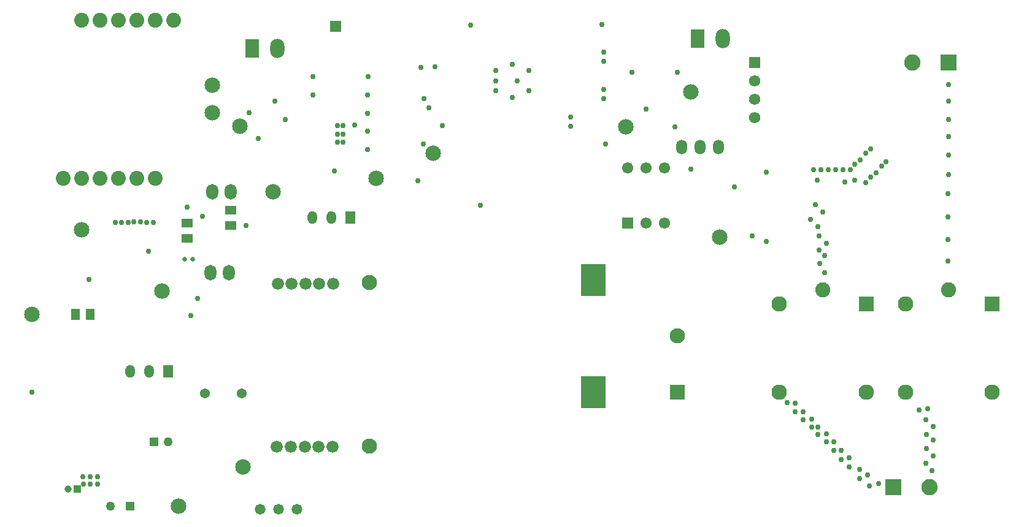
<source format=gbs>
G04*
G04 #@! TF.GenerationSoftware,Altium Limited,Altium Designer,24.5.2 (23)*
G04*
G04 Layer_Color=16711935*
%FSLAX25Y25*%
%MOIN*%
G70*
G04*
G04 #@! TF.SameCoordinates,6455B1CA-3022-4927-84EB-C38AD889BDF6*
G04*
G04*
G04 #@! TF.FilePolarity,Negative*
G04*
G01*
G75*
%ADD40R,0.05118X0.06496*%
%ADD43R,0.06496X0.05118*%
%ADD45C,0.08071*%
%ADD46O,0.05200X0.07087*%
%ADD47R,0.05200X0.07087*%
%ADD48O,0.06496X0.08465*%
%ADD49O,0.06535X0.08504*%
%ADD50C,0.08858*%
%ADD51R,0.08858X0.08858*%
%ADD52R,0.05900X0.05900*%
%ADD53C,0.08465*%
%ADD54R,0.07677X0.10433*%
%ADD55O,0.07677X0.10433*%
%ADD57R,0.06181X0.06181*%
%ADD58C,0.06181*%
%ADD59C,0.08268*%
%ADD60R,0.08268X0.08268*%
%ADD61R,0.08386X0.08386*%
%ADD62C,0.08209*%
%ADD63C,0.08386*%
%ADD64C,0.06102*%
%ADD65R,0.06102X0.06102*%
%ADD66C,0.05800*%
%ADD67R,0.05000X0.05000*%
%ADD68C,0.05000*%
%ADD69R,0.03947X0.03947*%
%ADD70C,0.03947*%
%ADD71C,0.02568*%
%ADD72C,0.05400*%
%ADD73C,0.06591*%
%ADD74C,0.02953*%
%ADD140R,0.13400X0.17700*%
%ADD141O,0.05900X0.07874*%
G54D40*
X35366Y119000D02*
D03*
X43634D02*
D03*
G54D43*
X96166Y160428D02*
D03*
Y168696D02*
D03*
X119815Y167390D02*
D03*
Y175657D02*
D03*
G54D45*
X59000Y193000D02*
D03*
X69000D02*
D03*
X79000D02*
D03*
X49000D02*
D03*
X39000D02*
D03*
X29000D02*
D03*
X89000Y279102D02*
D03*
X79000D02*
D03*
X69000D02*
D03*
X59000D02*
D03*
X49000D02*
D03*
X39000D02*
D03*
G54D46*
X65264Y88000D02*
D03*
X75500D02*
D03*
X164264Y171500D02*
D03*
X174500D02*
D03*
G54D47*
X85736Y88000D02*
D03*
X184736Y171500D02*
D03*
G54D48*
X108815Y141579D02*
D03*
X118815D02*
D03*
G54D49*
X109815Y185579D02*
D03*
X119815D02*
D03*
G54D50*
X499500Y25000D02*
D03*
X490315Y256000D02*
D03*
G54D51*
X479815Y25000D02*
D03*
X510000Y256000D02*
D03*
G54D52*
X177000Y275500D02*
D03*
G54D53*
X12000Y119000D02*
D03*
X39000Y165000D02*
D03*
X82525Y131579D02*
D03*
X142953Y185445D02*
D03*
X199000Y193000D02*
D03*
X230000Y206500D02*
D03*
X334500Y221000D02*
D03*
X370000Y240000D02*
D03*
X385500Y161000D02*
D03*
X110000Y243500D02*
D03*
Y228500D02*
D03*
X124693Y221193D02*
D03*
X126500Y36000D02*
D03*
X91500Y14500D02*
D03*
G54D54*
X131500Y263500D02*
D03*
X373500Y269000D02*
D03*
G54D55*
X145280Y263500D02*
D03*
X387280Y269000D02*
D03*
G54D57*
X404500Y256000D02*
D03*
G54D58*
X404500Y226000D02*
D03*
Y236000D02*
D03*
Y246000D02*
D03*
G54D59*
X195267Y47396D02*
D03*
Y136372D02*
D03*
X362590Y107238D02*
D03*
G54D60*
X362590Y76530D02*
D03*
G54D61*
X465122Y124516D02*
D03*
X533622D02*
D03*
G54D62*
X441500Y132390D02*
D03*
X510000D02*
D03*
G54D63*
X417878Y76484D02*
D03*
X465122D02*
D03*
X486378D02*
D03*
X533622D02*
D03*
X486378Y124516D02*
D03*
X417878D02*
D03*
G54D64*
X335500Y198500D02*
D03*
X345500D02*
D03*
X355500D02*
D03*
Y168500D02*
D03*
X345500D02*
D03*
G54D65*
X335500Y168500D02*
D03*
G54D66*
X136000Y13000D02*
D03*
X146000D02*
D03*
X156000D02*
D03*
G54D67*
X65130Y14500D02*
D03*
X78100Y49500D02*
D03*
G54D68*
X54500Y14500D02*
D03*
X86000Y49500D02*
D03*
G54D69*
X36421Y24000D02*
D03*
G54D70*
X31500Y24000D02*
D03*
G54D71*
X94984Y149079D02*
D03*
X99315D02*
D03*
G54D72*
X106000Y76000D02*
D03*
X125685D02*
D03*
G54D73*
X145000Y47000D02*
D03*
X152500D02*
D03*
X160177Y46866D02*
D03*
X167677D02*
D03*
X175177D02*
D03*
X175354Y135709D02*
D03*
X167854D02*
D03*
X160354D02*
D03*
X153000Y135500D02*
D03*
X145500D02*
D03*
G54D74*
X12000Y76500D02*
D03*
X39500Y30500D02*
D03*
X43500D02*
D03*
Y26500D02*
D03*
X40000D02*
D03*
X47500D02*
D03*
Y30500D02*
D03*
X98232Y118268D02*
D03*
X102000Y127500D02*
D03*
X75112Y153293D02*
D03*
X64119Y169067D02*
D03*
X96166Y177138D02*
D03*
X104449Y172213D02*
D03*
X128083Y167390D02*
D03*
X176147Y196835D02*
D03*
X178000Y212500D02*
D03*
X181000D02*
D03*
Y217000D02*
D03*
X178000D02*
D03*
X194112Y208537D02*
D03*
X221472Y191740D02*
D03*
X224500Y211500D02*
D03*
X255563Y178240D02*
D03*
X304590Y221410D02*
D03*
Y226410D02*
D03*
X323500Y211500D02*
D03*
X345366Y230634D02*
D03*
X361135Y221000D02*
D03*
X369866Y198000D02*
D03*
X393634Y188259D02*
D03*
X403260Y161740D02*
D03*
X410740Y158760D02*
D03*
X439500Y161500D02*
D03*
X439000Y166500D02*
D03*
X439495Y153891D02*
D03*
X440000Y146500D02*
D03*
X442500Y141500D02*
D03*
X442610Y150816D02*
D03*
X443500Y157500D02*
D03*
X441500Y174500D02*
D03*
X453500Y191000D02*
D03*
X459000Y192000D02*
D03*
X465000Y190500D02*
D03*
X467500Y193500D02*
D03*
X470500Y196000D02*
D03*
X473500Y199500D02*
D03*
X476000Y202000D02*
D03*
X467500Y209000D02*
D03*
X509500Y184500D02*
D03*
Y172000D02*
D03*
Y159500D02*
D03*
Y148000D02*
D03*
X510000Y195000D02*
D03*
Y205500D02*
D03*
Y215500D02*
D03*
Y225000D02*
D03*
Y235000D02*
D03*
Y244000D02*
D03*
X465000Y206500D02*
D03*
X462000Y203000D02*
D03*
X459000Y200500D02*
D03*
X456500Y197500D02*
D03*
X452500D02*
D03*
X448500D02*
D03*
X444500D02*
D03*
X440500D02*
D03*
X436500D02*
D03*
X438390Y192000D02*
D03*
X437500Y178500D02*
D03*
X435000Y170500D02*
D03*
X410756Y196256D02*
D03*
X362500Y250500D02*
D03*
X321500Y276500D02*
D03*
X322500Y261500D02*
D03*
Y256500D02*
D03*
X338000Y250500D02*
D03*
X322432Y241432D02*
D03*
Y236433D02*
D03*
X282000Y251500D02*
D03*
X275666Y246023D02*
D03*
X273000Y255000D02*
D03*
X272980Y237020D02*
D03*
X281980Y240490D02*
D03*
X264000Y246020D02*
D03*
Y251530D02*
D03*
Y240510D02*
D03*
X230740Y253740D02*
D03*
X224910Y236410D02*
D03*
X227410Y231410D02*
D03*
X235000Y221500D02*
D03*
X223260Y253260D02*
D03*
X194454Y248200D02*
D03*
X194123Y238165D02*
D03*
X194123Y228350D02*
D03*
X194105Y218484D02*
D03*
X187240Y222000D02*
D03*
X181000Y221500D02*
D03*
X178000D02*
D03*
X164500Y248164D02*
D03*
Y238170D02*
D03*
X144000Y235000D02*
D03*
X149533Y224967D02*
D03*
X129827Y228673D02*
D03*
X134732Y214768D02*
D03*
X77815Y169079D02*
D03*
X74315D02*
D03*
X70797Y169106D02*
D03*
X67297D02*
D03*
X60601Y169094D02*
D03*
X57101D02*
D03*
X42803Y137917D02*
D03*
X250090Y276410D02*
D03*
X422077Y70781D02*
D03*
X426500Y70500D02*
D03*
Y66000D02*
D03*
X431000D02*
D03*
Y61500D02*
D03*
X435500Y62000D02*
D03*
Y57500D02*
D03*
X439000D02*
D03*
Y53500D02*
D03*
X447500Y45000D02*
D03*
X451500D02*
D03*
Y40000D02*
D03*
X456000Y41000D02*
D03*
Y36000D02*
D03*
X461500Y34500D02*
D03*
Y29500D02*
D03*
X466000Y31500D02*
D03*
X467000Y25500D02*
D03*
X472000Y27000D02*
D03*
X501000Y34000D02*
D03*
X497644Y37928D02*
D03*
X501500Y42000D02*
D03*
X498000Y46000D02*
D03*
Y53500D02*
D03*
X501500Y50500D02*
D03*
Y58000D02*
D03*
X497500Y61500D02*
D03*
X498500Y67500D02*
D03*
X494000Y67000D02*
D03*
X443500Y54000D02*
D03*
Y49500D02*
D03*
X447500D02*
D03*
G54D140*
X317000Y76500D02*
D03*
Y137500D02*
D03*
G54D141*
X365000Y210000D02*
D03*
X375000D02*
D03*
X385000D02*
D03*
M02*

</source>
